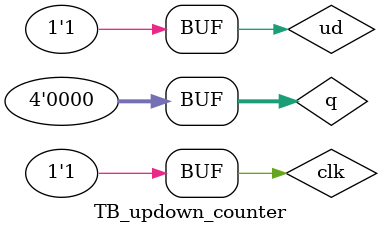
<source format=sv>
`timescale 1ns / 1ps


module TB_updown_counter();

    logic clk;
    logic ud;
    logic [3:0] q;
    UpdownCounter DUT(.clk(clk), .ud(ud), .q(q));
    
    always begin
        clk = 0; #10;
        clk = 1; #10;
    end
    
    initial begin
        q = 3'b000;
        ud = 0; #300;
        ud = 1; #300;
        ud = 0; #150;
        ud = 1; #150;
        ud = 0; #100;
        ud = 1; #50;
        ud = 0; #25;
        ud = 1; #25;
    end
endmodule

</source>
